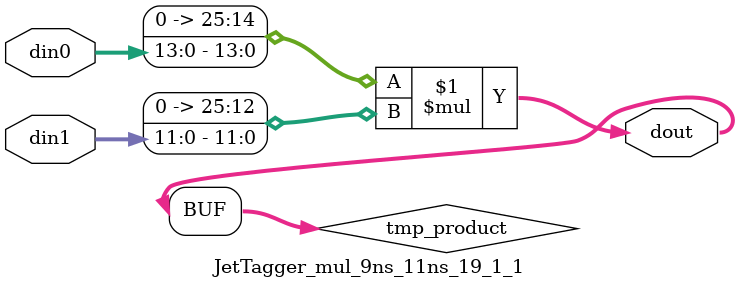
<source format=v>

`timescale 1 ns / 1 ps

  module JetTagger_mul_9ns_11ns_19_1_1(din0, din1, dout);
parameter ID = 1;
parameter NUM_STAGE = 0;
parameter din0_WIDTH = 14;
parameter din1_WIDTH = 12;
parameter dout_WIDTH = 26;

input [din0_WIDTH - 1 : 0] din0; 
input [din1_WIDTH - 1 : 0] din1; 
output [dout_WIDTH - 1 : 0] dout;

wire signed [dout_WIDTH - 1 : 0] tmp_product;










assign tmp_product = $signed({1'b0, din0}) * $signed({1'b0, din1});











assign dout = tmp_product;







endmodule

</source>
